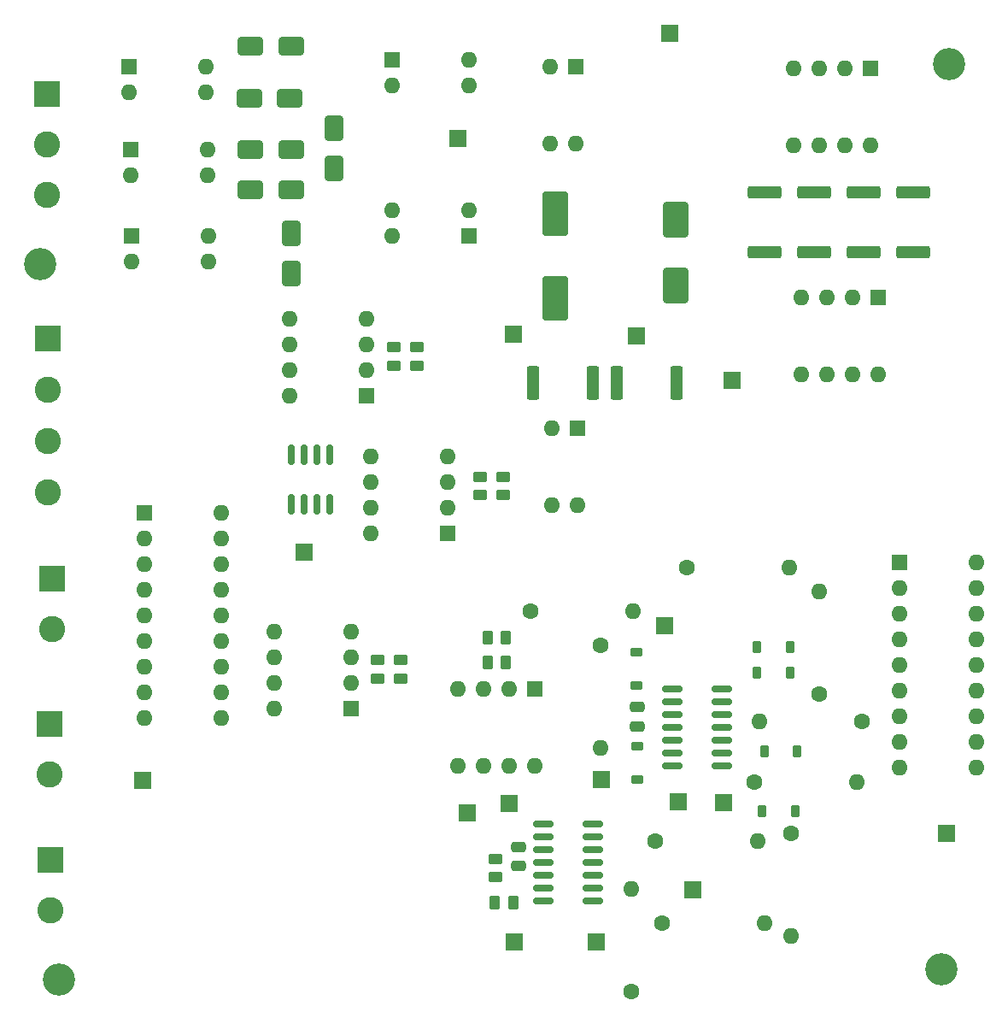
<source format=gbr>
%TF.GenerationSoftware,KiCad,Pcbnew,8.0.2*%
%TF.CreationDate,2025-04-19T11:58:39+02:00*%
%TF.ProjectId,Patje zuig men kloten,5061746a-6520-47a7-9569-67206d656e20,rev?*%
%TF.SameCoordinates,Original*%
%TF.FileFunction,Soldermask,Top*%
%TF.FilePolarity,Negative*%
%FSLAX46Y46*%
G04 Gerber Fmt 4.6, Leading zero omitted, Abs format (unit mm)*
G04 Created by KiCad (PCBNEW 8.0.2) date 2025-04-19 11:58:39*
%MOMM*%
%LPD*%
G01*
G04 APERTURE LIST*
G04 Aperture macros list*
%AMRoundRect*
0 Rectangle with rounded corners*
0 $1 Rounding radius*
0 $2 $3 $4 $5 $6 $7 $8 $9 X,Y pos of 4 corners*
0 Add a 4 corners polygon primitive as box body*
4,1,4,$2,$3,$4,$5,$6,$7,$8,$9,$2,$3,0*
0 Add four circle primitives for the rounded corners*
1,1,$1+$1,$2,$3*
1,1,$1+$1,$4,$5*
1,1,$1+$1,$6,$7*
1,1,$1+$1,$8,$9*
0 Add four rect primitives between the rounded corners*
20,1,$1+$1,$2,$3,$4,$5,0*
20,1,$1+$1,$4,$5,$6,$7,0*
20,1,$1+$1,$6,$7,$8,$9,0*
20,1,$1+$1,$8,$9,$2,$3,0*%
G04 Aperture macros list end*
%ADD10RoundRect,0.250000X-0.450000X0.262500X-0.450000X-0.262500X0.450000X-0.262500X0.450000X0.262500X0*%
%ADD11RoundRect,0.250000X1.425000X-0.362500X1.425000X0.362500X-1.425000X0.362500X-1.425000X-0.362500X0*%
%ADD12RoundRect,0.250000X-0.262500X-0.450000X0.262500X-0.450000X0.262500X0.450000X-0.262500X0.450000X0*%
%ADD13C,1.600000*%
%ADD14O,1.600000X1.600000*%
%ADD15R,1.600000X1.600000*%
%ADD16R,1.700000X1.700000*%
%ADD17RoundRect,0.250000X-0.362500X-1.425000X0.362500X-1.425000X0.362500X1.425000X-0.362500X1.425000X0*%
%ADD18C,3.200000*%
%ADD19RoundRect,0.225000X-0.375000X0.225000X-0.375000X-0.225000X0.375000X-0.225000X0.375000X0.225000X0*%
%ADD20RoundRect,0.250000X0.475000X-0.250000X0.475000X0.250000X-0.475000X0.250000X-0.475000X-0.250000X0*%
%ADD21RoundRect,0.225000X-0.225000X-0.375000X0.225000X-0.375000X0.225000X0.375000X-0.225000X0.375000X0*%
%ADD22R,2.600000X2.600000*%
%ADD23C,2.600000*%
%ADD24RoundRect,0.250000X1.000000X0.650000X-1.000000X0.650000X-1.000000X-0.650000X1.000000X-0.650000X0*%
%ADD25RoundRect,0.250000X-1.000000X1.950000X-1.000000X-1.950000X1.000000X-1.950000X1.000000X1.950000X0*%
%ADD26RoundRect,0.150000X-0.825000X-0.150000X0.825000X-0.150000X0.825000X0.150000X-0.825000X0.150000X0*%
%ADD27RoundRect,0.250000X0.450000X-0.262500X0.450000X0.262500X-0.450000X0.262500X-0.450000X-0.262500X0*%
%ADD28RoundRect,0.250000X-1.000000X-0.650000X1.000000X-0.650000X1.000000X0.650000X-1.000000X0.650000X0*%
%ADD29RoundRect,0.250000X-0.650000X1.000000X-0.650000X-1.000000X0.650000X-1.000000X0.650000X1.000000X0*%
%ADD30RoundRect,0.250000X-1.000000X1.500000X-1.000000X-1.500000X1.000000X-1.500000X1.000000X1.500000X0*%
%ADD31RoundRect,0.250000X0.262500X0.450000X-0.262500X0.450000X-0.262500X-0.450000X0.262500X-0.450000X0*%
%ADD32RoundRect,0.150000X-0.150000X0.825000X-0.150000X-0.825000X0.150000X-0.825000X0.150000X0.825000X0*%
G04 APERTURE END LIST*
D10*
%TO.C,Rf1*%
X141962500Y-88368500D03*
X141962500Y-90193500D03*
%TD*%
D11*
%TO.C,R3*%
X179998500Y-66167000D03*
X179998500Y-60242000D03*
%TD*%
D12*
%TO.C,Rf4*%
X142735000Y-106763500D03*
X144560000Y-106763500D03*
%TD*%
D13*
%TO.C,R15*%
X169220000Y-118600000D03*
D14*
X179380000Y-118600000D03*
%TD*%
D15*
%TO.C,SW2*%
X180687500Y-47921500D03*
D14*
X178147500Y-47921500D03*
X175607500Y-47921500D03*
X173067500Y-47921500D03*
X173067500Y-55541500D03*
X175607500Y-55541500D03*
X178147500Y-55541500D03*
X180687500Y-55541500D03*
%TD*%
D13*
%TO.C,R9*%
X157000000Y-139380000D03*
D14*
X157000000Y-129220000D03*
%TD*%
D16*
%TO.C,J19*%
X144883500Y-120777000D03*
%TD*%
D13*
%TO.C,R17*%
X175600000Y-109880000D03*
D14*
X175600000Y-99720000D03*
%TD*%
D17*
%TO.C,R5*%
X147255000Y-79121000D03*
X153180000Y-79121000D03*
%TD*%
D16*
%TO.C,J18*%
X160330500Y-103124000D03*
%TD*%
%TO.C,J17*%
X154027500Y-118364000D03*
%TD*%
D18*
%TO.C,H3*%
X188444500Y-47498000D03*
%TD*%
D11*
%TO.C,R2*%
X175108500Y-66167000D03*
X175108500Y-60242000D03*
%TD*%
D19*
%TO.C,D4*%
X157583500Y-115063000D03*
X157583500Y-118363000D03*
%TD*%
D15*
%TO.C,SW6*%
X107418500Y-64516000D03*
D14*
X107418500Y-67056000D03*
X115038500Y-67056000D03*
X115038500Y-64516000D03*
%TD*%
D20*
%TO.C,C4*%
X157583500Y-113091000D03*
X157583500Y-111191000D03*
%TD*%
D21*
%TO.C,D5*%
X170156500Y-115570000D03*
X173456500Y-115570000D03*
%TD*%
D18*
%TO.C,H1*%
X187682500Y-137160000D03*
%TD*%
D22*
%TO.C,J22*%
X99400000Y-126300000D03*
D23*
X99400000Y-131300000D03*
%TD*%
D24*
%TO.C,D7*%
X123134500Y-50927000D03*
X119134500Y-50927000D03*
%TD*%
D10*
%TO.C,R7*%
X143486500Y-126214500D03*
X143486500Y-128039500D03*
%TD*%
D16*
%TO.C,J7*%
X145264500Y-74295000D03*
%TD*%
D25*
%TO.C,C1*%
X149455500Y-62348000D03*
X149455500Y-70748000D03*
%TD*%
D22*
%TO.C,J1*%
X99112500Y-50499000D03*
D23*
X99112500Y-55499000D03*
X99112500Y-60499000D03*
%TD*%
D26*
%TO.C,U3*%
X161045500Y-109368000D03*
X161045500Y-110638000D03*
X161045500Y-111908000D03*
X161045500Y-113178000D03*
X161045500Y-114448000D03*
X161045500Y-115718000D03*
X161045500Y-116988000D03*
X165995500Y-116988000D03*
X165995500Y-115718000D03*
X165995500Y-114448000D03*
X165995500Y-113178000D03*
X165995500Y-111908000D03*
X165995500Y-110638000D03*
X165995500Y-109368000D03*
%TD*%
D27*
%TO.C,Ri3*%
X134088500Y-108354500D03*
X134088500Y-106529500D03*
%TD*%
D16*
%TO.C,J21*%
X188190500Y-123698000D03*
%TD*%
D15*
%TO.C,SW14*%
X108731000Y-91958000D03*
D14*
X108731000Y-94498000D03*
X108731000Y-97038000D03*
X108731000Y-99578000D03*
X108731000Y-102118000D03*
X108731000Y-104658000D03*
X108731000Y-107198000D03*
X108731000Y-109738000D03*
X108731000Y-112278000D03*
X116351000Y-112278000D03*
X116351000Y-109738000D03*
X116351000Y-107198000D03*
X116351000Y-104658000D03*
X116351000Y-102118000D03*
X116351000Y-99578000D03*
X116351000Y-97038000D03*
X116351000Y-94498000D03*
X116351000Y-91958000D03*
%TD*%
D15*
%TO.C,SW1*%
X181449500Y-70654500D03*
D14*
X178909500Y-70654500D03*
X176369500Y-70654500D03*
X173829500Y-70654500D03*
X173829500Y-78274500D03*
X176369500Y-78274500D03*
X178909500Y-78274500D03*
X181449500Y-78274500D03*
%TD*%
D16*
%TO.C,J5*%
X163044500Y-129286000D03*
%TD*%
%TO.C,J16*%
X166092500Y-120650000D03*
%TD*%
D15*
%TO.C,SW15*%
X183580000Y-96901000D03*
D14*
X183580000Y-99441000D03*
X183580000Y-101981000D03*
X183580000Y-104521000D03*
X183580000Y-107061000D03*
X183580000Y-109601000D03*
X183580000Y-112141000D03*
X183580000Y-114681000D03*
X183580000Y-117221000D03*
X191200000Y-117221000D03*
X191200000Y-114681000D03*
X191200000Y-112141000D03*
X191200000Y-109601000D03*
X191200000Y-107061000D03*
X191200000Y-104521000D03*
X191200000Y-101981000D03*
X191200000Y-99441000D03*
X191200000Y-96901000D03*
%TD*%
D10*
%TO.C,Ri2*%
X133453500Y-75541500D03*
X133453500Y-77366500D03*
%TD*%
D28*
%TO.C,D9*%
X119261500Y-59944000D03*
X123261500Y-59944000D03*
%TD*%
D15*
%TO.C,SW10*%
X130744000Y-80381000D03*
D14*
X130744000Y-77841000D03*
X130744000Y-75301000D03*
X130744000Y-72761000D03*
X123124000Y-72761000D03*
X123124000Y-75301000D03*
X123124000Y-77841000D03*
X123124000Y-80381000D03*
%TD*%
D15*
%TO.C,SW8*%
X133242000Y-47112000D03*
D14*
X133242000Y-49652000D03*
X140862000Y-49652000D03*
X140862000Y-47112000D03*
%TD*%
D21*
%TO.C,D11*%
X169395500Y-105283000D03*
X172695500Y-105283000D03*
%TD*%
D29*
%TO.C,D2*%
X123317000Y-64294000D03*
X123317000Y-68294000D03*
%TD*%
D16*
%TO.C,J15*%
X161620500Y-120603000D03*
%TD*%
%TO.C,J11*%
X124563500Y-95885000D03*
%TD*%
D15*
%TO.C,SW7*%
X107334000Y-56002000D03*
D14*
X107334000Y-58542000D03*
X114954000Y-58542000D03*
X114954000Y-56002000D03*
%TD*%
D13*
%TO.C,R16*%
X162500000Y-97400000D03*
D14*
X172660000Y-97400000D03*
%TD*%
D16*
%TO.C,J6*%
X166981500Y-78867000D03*
%TD*%
D11*
%TO.C,R4*%
X184888500Y-66167000D03*
X184888500Y-60242000D03*
%TD*%
D16*
%TO.C,J12*%
X140692500Y-121666000D03*
%TD*%
D13*
%TO.C,R18*%
X179880000Y-112600000D03*
D14*
X169720000Y-112600000D03*
%TD*%
D29*
%TO.C,D10*%
X127484500Y-53880000D03*
X127484500Y-57880000D03*
%TD*%
D21*
%TO.C,D6*%
X169950000Y-121500000D03*
X173250000Y-121500000D03*
%TD*%
D15*
%TO.C,SW3*%
X151492500Y-47794500D03*
D14*
X148952500Y-47794500D03*
X148952500Y-55414500D03*
X151492500Y-55414500D03*
%TD*%
D13*
%TO.C,R14*%
X153900000Y-105120000D03*
D14*
X153900000Y-115280000D03*
%TD*%
D10*
%TO.C,Ri4*%
X131802500Y-106529500D03*
X131802500Y-108354500D03*
%TD*%
D13*
%TO.C,R11*%
X159320000Y-124500000D03*
D14*
X169480000Y-124500000D03*
%TD*%
D16*
%TO.C,J13*%
X145391500Y-134493000D03*
%TD*%
D15*
%TO.C,SW12*%
X129220000Y-111369000D03*
D14*
X129220000Y-108829000D03*
X129220000Y-106289000D03*
X129220000Y-103749000D03*
X121600000Y-103749000D03*
X121600000Y-106289000D03*
X121600000Y-108829000D03*
X121600000Y-111369000D03*
%TD*%
D16*
%TO.C,J9*%
X160758500Y-44450000D03*
%TD*%
D30*
%TO.C,C2*%
X161393500Y-62917000D03*
X161393500Y-69417000D03*
%TD*%
D12*
%TO.C,R8*%
X143463000Y-130556000D03*
X145288000Y-130556000D03*
%TD*%
D31*
%TO.C,Rf3*%
X144560000Y-104350500D03*
X142735000Y-104350500D03*
%TD*%
D13*
%TO.C,R10*%
X160020000Y-132600000D03*
D14*
X170180000Y-132600000D03*
%TD*%
D16*
%TO.C,J14*%
X153519500Y-134493000D03*
%TD*%
D22*
%TO.C,J4*%
X99290500Y-112856000D03*
D23*
X99290500Y-117856000D03*
%TD*%
D18*
%TO.C,H4*%
X100300000Y-138200000D03*
%TD*%
D15*
%TO.C,SW13*%
X147413500Y-109389500D03*
D14*
X144873500Y-109389500D03*
X142333500Y-109389500D03*
X139793500Y-109389500D03*
X139793500Y-117009500D03*
X142333500Y-117009500D03*
X144873500Y-117009500D03*
X147413500Y-117009500D03*
%TD*%
D13*
%TO.C,R13*%
X147020000Y-101700000D03*
D14*
X157180000Y-101700000D03*
%TD*%
D11*
%TO.C,R1*%
X170218500Y-66167000D03*
X170218500Y-60242000D03*
%TD*%
D21*
%TO.C,D12*%
X169395500Y-107823000D03*
X172695500Y-107823000D03*
%TD*%
D15*
%TO.C,SW11*%
X138745000Y-93970000D03*
D14*
X138745000Y-91430000D03*
X138745000Y-88890000D03*
X138745000Y-86350000D03*
X131125000Y-86350000D03*
X131125000Y-88890000D03*
X131125000Y-91430000D03*
X131125000Y-93970000D03*
%TD*%
D20*
%TO.C,C3*%
X145772500Y-126934000D03*
X145772500Y-125034000D03*
%TD*%
D24*
%TO.C,D1*%
X123261500Y-45720000D03*
X119261500Y-45720000D03*
%TD*%
D16*
%TO.C,J20*%
X108561500Y-118491000D03*
%TD*%
D17*
%TO.C,R6*%
X155510000Y-79121000D03*
X161435000Y-79121000D03*
%TD*%
D15*
%TO.C,SW9*%
X140904000Y-64521000D03*
D14*
X140904000Y-61981000D03*
X133284000Y-61981000D03*
X133284000Y-64521000D03*
%TD*%
D22*
%TO.C,J3*%
X99163500Y-74676000D03*
D23*
X99163500Y-79756000D03*
X99163500Y-84836000D03*
X99163500Y-89916000D03*
%TD*%
D15*
%TO.C,SW5*%
X107207000Y-47747000D03*
D14*
X107207000Y-50287000D03*
X114827000Y-50287000D03*
X114827000Y-47747000D03*
%TD*%
D22*
%TO.C,J2*%
X99620500Y-98465000D03*
D23*
X99620500Y-103465000D03*
%TD*%
D32*
%TO.C,U1*%
X127103500Y-86171000D03*
X125833500Y-86171000D03*
X124563500Y-86171000D03*
X123293500Y-86171000D03*
X123293500Y-91121000D03*
X124563500Y-91121000D03*
X125833500Y-91121000D03*
X127103500Y-91121000D03*
%TD*%
D18*
%TO.C,H2*%
X98401500Y-67310000D03*
%TD*%
D16*
%TO.C,J10*%
X139803500Y-54864000D03*
%TD*%
D28*
%TO.C,D8*%
X119261500Y-56007000D03*
X123261500Y-56007000D03*
%TD*%
D27*
%TO.C,Ri1*%
X135739500Y-77366500D03*
X135739500Y-75541500D03*
%TD*%
D16*
%TO.C,J8*%
X157456500Y-74422000D03*
%TD*%
D26*
%TO.C,U2*%
X148250500Y-122809000D03*
X148250500Y-124079000D03*
X148250500Y-125349000D03*
X148250500Y-126619000D03*
X148250500Y-127889000D03*
X148250500Y-129159000D03*
X148250500Y-130429000D03*
X153200500Y-130429000D03*
X153200500Y-129159000D03*
X153200500Y-127889000D03*
X153200500Y-126619000D03*
X153200500Y-125349000D03*
X153200500Y-124079000D03*
X153200500Y-122809000D03*
%TD*%
D13*
%TO.C,R12*%
X172800000Y-123720000D03*
D14*
X172800000Y-133880000D03*
%TD*%
D19*
%TO.C,D3*%
X157536500Y-105792000D03*
X157536500Y-109092000D03*
%TD*%
D27*
%TO.C,Rf2*%
X144248500Y-90193500D03*
X144248500Y-88368500D03*
%TD*%
D15*
%TO.C,SW4*%
X151619500Y-83608500D03*
D14*
X149079500Y-83608500D03*
X149079500Y-91228500D03*
X151619500Y-91228500D03*
%TD*%
M02*

</source>
